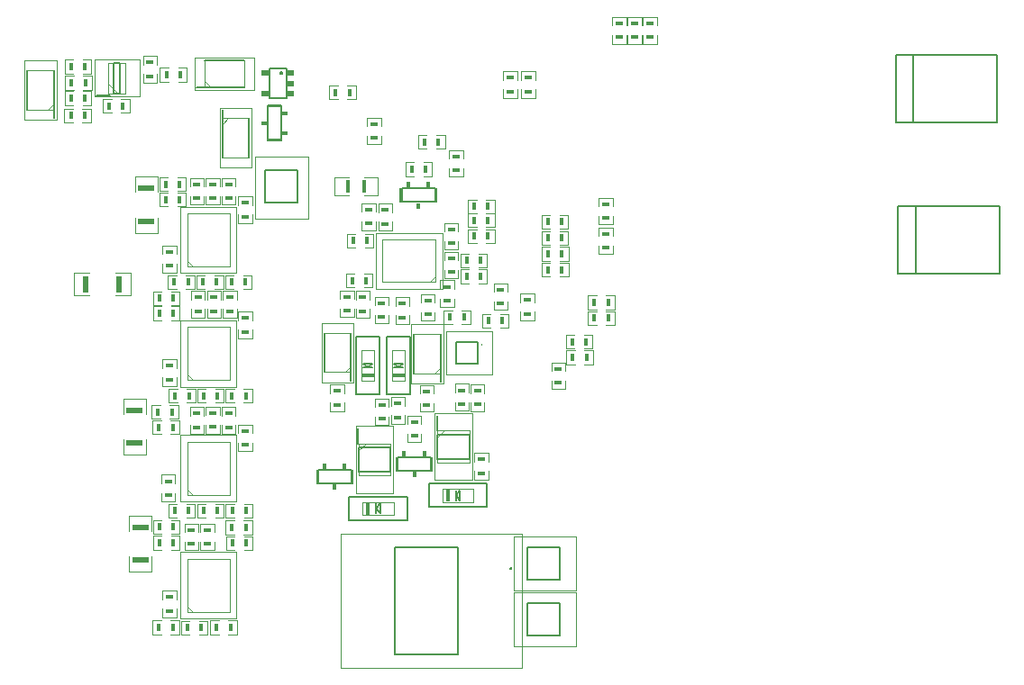
<source format=gbr>
G04 EAGLE Gerber RS-274X export*
G75*
%MOMM*%
%FSLAX34Y34*%
%LPD*%
%INSilkscreen Bottom*%
%IPPOS*%
%AMOC8*
5,1,8,0,0,1.08239X$1,22.5*%
G01*
%ADD10C,0.200000*%
%ADD11C,0.100000*%
%ADD12C,0.200000*%
%ADD13C,0.056000*%
%ADD14C,0.056000*%
%ADD15R,0.300000X0.800000*%
%ADD16R,1.600000X0.100000*%
%ADD17C,0.101600*%
%ADD18C,0.203200*%
%ADD19R,0.125000X1.200000*%
%ADD20R,0.300000X1.250000*%
%ADD21R,0.800000X0.300000*%
%ADD22R,0.100000X1.600000*%
%ADD23R,0.450000X1.250000*%
%ADD24R,2.000000X0.100000*%
%ADD25R,1.600000X0.500000*%
%ADD26R,0.100000X3.600000*%
%ADD27R,0.500000X1.600000*%
%ADD28R,3.600000X0.100000*%
%ADD29R,1.200000X0.125000*%
%ADD30R,1.250000X0.300000*%
%ADD31C,0.050000*%
%ADD32C,0.152400*%
%ADD33R,0.457200X0.584200*%
%ADD34R,0.584200X0.457200*%
%ADD35C,0.127000*%
%ADD36R,0.650000X0.500000*%


D10*
X429930Y518200D02*
X429930Y418200D01*
X488900Y418200D01*
X488900Y518200D01*
X429930Y518200D01*
D11*
X378900Y531500D02*
X378900Y404900D01*
X549380Y404900D01*
X549380Y531500D01*
X378900Y531500D01*
D12*
X538880Y498200D03*
D10*
X538836Y498202D01*
X538793Y498208D01*
X538751Y498217D01*
X538709Y498230D01*
X538669Y498247D01*
X538630Y498267D01*
X538593Y498290D01*
X538559Y498317D01*
X538526Y498346D01*
X538497Y498379D01*
X538470Y498413D01*
X538447Y498450D01*
X538427Y498489D01*
X538410Y498529D01*
X538397Y498571D01*
X538388Y498613D01*
X538382Y498656D01*
X538380Y498700D01*
X538382Y498744D01*
X538388Y498787D01*
X538397Y498829D01*
X538410Y498871D01*
X538427Y498911D01*
X538447Y498950D01*
X538470Y498987D01*
X538497Y499021D01*
X538526Y499054D01*
X538559Y499083D01*
X538593Y499110D01*
X538630Y499133D01*
X538669Y499153D01*
X538709Y499170D01*
X538751Y499183D01*
X538793Y499192D01*
X538836Y499198D01*
X538880Y499200D01*
D12*
X538880Y499200D03*
D10*
X538924Y499198D01*
X538967Y499192D01*
X539009Y499183D01*
X539051Y499170D01*
X539091Y499153D01*
X539130Y499133D01*
X539167Y499110D01*
X539201Y499083D01*
X539234Y499054D01*
X539263Y499021D01*
X539290Y498987D01*
X539313Y498950D01*
X539333Y498911D01*
X539350Y498871D01*
X539363Y498829D01*
X539372Y498787D01*
X539378Y498744D01*
X539380Y498700D01*
X539378Y498656D01*
X539372Y498613D01*
X539363Y498571D01*
X539350Y498529D01*
X539333Y498489D01*
X539313Y498450D01*
X539290Y498413D01*
X539263Y498379D01*
X539234Y498346D01*
X539201Y498317D01*
X539167Y498290D01*
X539130Y498267D01*
X539091Y498247D01*
X539051Y498230D01*
X539009Y498217D01*
X538967Y498208D01*
X538924Y498202D01*
X538880Y498200D01*
D11*
X488900Y518200D02*
X478900Y518200D01*
X488900Y518200D02*
X488900Y418200D01*
X478900Y418200D01*
D10*
X487800Y711500D02*
X507800Y711500D01*
X487800Y711500D02*
X487800Y691500D01*
X507800Y691500D01*
X507800Y711500D01*
D11*
X521520Y721500D02*
X477800Y721500D01*
X477800Y681500D01*
X521520Y681500D01*
X521520Y721500D01*
D13*
X511520Y709570D03*
D14*
X511518Y709537D01*
X511512Y709505D01*
X511503Y709474D01*
X511490Y709444D01*
X511474Y709416D01*
X511454Y709390D01*
X511432Y709366D01*
X511407Y709345D01*
X511380Y709328D01*
X511351Y709313D01*
X511320Y709302D01*
X511289Y709294D01*
X511256Y709290D01*
X511224Y709290D01*
X511191Y709294D01*
X511160Y709302D01*
X511129Y709313D01*
X511100Y709328D01*
X511073Y709345D01*
X511048Y709366D01*
X511026Y709390D01*
X511006Y709416D01*
X510990Y709444D01*
X510977Y709474D01*
X510968Y709505D01*
X510962Y709537D01*
X510960Y709570D01*
D13*
X510960Y709570D03*
D14*
X510962Y709603D01*
X510968Y709635D01*
X510977Y709666D01*
X510990Y709696D01*
X511006Y709724D01*
X511026Y709750D01*
X511048Y709774D01*
X511073Y709795D01*
X511100Y709812D01*
X511129Y709827D01*
X511160Y709838D01*
X511191Y709846D01*
X511224Y709850D01*
X511256Y709850D01*
X511289Y709846D01*
X511320Y709838D01*
X511351Y709827D01*
X511380Y709812D01*
X511407Y709795D01*
X511432Y709774D01*
X511454Y709750D01*
X511474Y709724D01*
X511490Y709696D01*
X511503Y709666D01*
X511512Y709635D01*
X511518Y709603D01*
X511520Y709570D01*
D11*
X376300Y939900D02*
X368300Y939900D01*
X368300Y952900D01*
X376300Y952900D01*
X385300Y939900D02*
X393300Y939900D01*
X393300Y952900D01*
X385300Y952900D01*
D15*
X374300Y946400D03*
X387300Y946400D03*
D16*
X380800Y942900D03*
X380800Y949900D03*
D11*
X584800Y816200D02*
X592800Y816200D01*
X592800Y803200D01*
X584800Y803200D01*
X575800Y816200D02*
X567800Y816200D01*
X567800Y803200D01*
X575800Y803200D01*
D15*
X586800Y809700D03*
X573800Y809700D03*
D16*
X580300Y813200D03*
X580300Y806200D03*
D17*
X503600Y573300D02*
X474600Y573300D01*
X474600Y561300D01*
X503600Y561300D01*
X503600Y573300D01*
D18*
X516530Y578300D02*
X516530Y556300D01*
X516530Y578300D02*
X461670Y578300D01*
X461670Y556300D02*
X516530Y556300D01*
X461670Y556300D02*
X461670Y578300D01*
X491005Y571745D02*
X491005Y562855D01*
X487195Y567300D01*
X491005Y571745D01*
X487195Y571745D02*
X487195Y562855D01*
D19*
X504475Y567300D03*
X473725Y567300D03*
D20*
X479600Y567300D03*
D11*
X504600Y599300D02*
X504600Y607300D01*
X517600Y607300D01*
X517600Y599300D01*
X504600Y590300D02*
X504600Y582300D01*
X517600Y582300D01*
X517600Y590300D01*
D21*
X511100Y601300D03*
X511100Y588300D03*
D22*
X507600Y594800D03*
X514600Y594800D03*
D11*
X427400Y816800D02*
X427400Y824800D01*
X427400Y816800D02*
X414400Y816800D01*
X414400Y824800D01*
X427400Y833800D02*
X427400Y841800D01*
X414400Y841800D01*
X414400Y833800D01*
D21*
X420900Y822800D03*
X420900Y835800D03*
D22*
X424400Y829300D03*
X417400Y829300D03*
D11*
X409900Y813500D02*
X401900Y813500D01*
X409900Y813500D02*
X409900Y800500D01*
X401900Y800500D01*
X392900Y813500D02*
X384900Y813500D01*
X384900Y800500D01*
X392900Y800500D01*
D15*
X403900Y807000D03*
X390900Y807000D03*
D16*
X397400Y810500D03*
X397400Y803500D03*
D11*
X391500Y743000D02*
X391500Y735000D01*
X378500Y735000D01*
X378500Y743000D01*
X391500Y752000D02*
X391500Y760000D01*
X378500Y760000D01*
X378500Y752000D01*
D21*
X385000Y741000D03*
X385000Y754000D03*
D22*
X388500Y747500D03*
X381500Y747500D03*
D11*
X467500Y739900D02*
X467500Y731900D01*
X454500Y731900D01*
X454500Y739900D01*
X467500Y748900D02*
X467500Y756900D01*
X454500Y756900D01*
X454500Y748900D01*
D21*
X461000Y737900D03*
X461000Y750900D03*
D22*
X464500Y744400D03*
X457500Y744400D03*
D11*
X443500Y736800D02*
X443500Y728800D01*
X430500Y728800D01*
X430500Y736800D01*
X443500Y745800D02*
X443500Y753800D01*
X430500Y753800D01*
X430500Y745800D01*
D21*
X437000Y734800D03*
X437000Y747800D03*
D22*
X440500Y741300D03*
X433500Y741300D03*
D11*
X485500Y744700D02*
X485500Y752700D01*
X485500Y744700D02*
X472500Y744700D01*
X472500Y752700D01*
X485500Y761700D02*
X485500Y769700D01*
X472500Y769700D01*
X472500Y761700D01*
D21*
X479000Y750700D03*
X479000Y763700D03*
D22*
X482500Y757200D03*
X475500Y757200D03*
D11*
X489500Y798600D02*
X489500Y806600D01*
X489500Y798600D02*
X476500Y798600D01*
X476500Y806600D01*
X489500Y815600D02*
X489500Y823600D01*
X476500Y823600D01*
X476500Y815600D01*
D21*
X483000Y804600D03*
X483000Y817600D03*
D22*
X486500Y811100D03*
X479500Y811100D03*
D11*
X590000Y675500D02*
X590000Y667500D01*
X577000Y667500D01*
X577000Y675500D01*
X590000Y684500D02*
X590000Y692500D01*
X577000Y692500D01*
X577000Y684500D01*
D21*
X583500Y673500D03*
X583500Y686500D03*
D22*
X587000Y680000D03*
X580000Y680000D03*
D11*
X506500Y832800D02*
X498500Y832800D01*
X498500Y845800D01*
X506500Y845800D01*
X515500Y832800D02*
X523500Y832800D01*
X523500Y845800D01*
X515500Y845800D01*
D15*
X504500Y839300D03*
X517500Y839300D03*
D16*
X511000Y835800D03*
X511000Y842800D03*
D11*
X590600Y705500D02*
X598600Y705500D01*
X590600Y705500D02*
X590600Y718500D01*
X598600Y718500D01*
X607600Y705500D02*
X615600Y705500D01*
X615600Y718500D01*
X607600Y718500D01*
D15*
X596600Y712000D03*
X609600Y712000D03*
D16*
X603100Y708500D03*
X603100Y715500D03*
D11*
X506500Y819800D02*
X498500Y819800D01*
X498500Y832800D01*
X506500Y832800D01*
X515500Y819800D02*
X523500Y819800D01*
X523500Y832800D01*
X515500Y832800D01*
D15*
X504500Y826300D03*
X517500Y826300D03*
D16*
X511000Y822800D03*
X511000Y829800D03*
D11*
X584900Y786200D02*
X592900Y786200D01*
X592900Y773200D01*
X584900Y773200D01*
X575900Y786200D02*
X567900Y786200D01*
X567900Y773200D01*
X575900Y773200D01*
D15*
X586900Y779700D03*
X573900Y779700D03*
D16*
X580400Y783200D03*
X580400Y776200D03*
D11*
X499400Y781800D02*
X491400Y781800D01*
X491400Y794800D01*
X499400Y794800D01*
X508400Y781800D02*
X516400Y781800D01*
X516400Y794800D01*
X508400Y794800D01*
D15*
X497400Y788300D03*
X510400Y788300D03*
D16*
X503900Y784800D03*
X503900Y791800D03*
D11*
X499300Y766800D02*
X491300Y766800D01*
X491300Y779800D01*
X499300Y779800D01*
X508300Y766800D02*
X516300Y766800D01*
X516300Y779800D01*
X508300Y779800D01*
D15*
X497300Y773300D03*
X510300Y773300D03*
D16*
X503800Y769800D03*
X503800Y776800D03*
D11*
X522800Y766800D02*
X522800Y758800D01*
X522800Y766800D02*
X535800Y766800D01*
X535800Y758800D01*
X522800Y749800D02*
X522800Y741800D01*
X535800Y741800D01*
X535800Y749800D01*
D21*
X529300Y760800D03*
X529300Y747800D03*
D22*
X525800Y754300D03*
X532800Y754300D03*
D11*
X483700Y728600D02*
X475700Y728600D01*
X475700Y741600D01*
X483700Y741600D01*
X492700Y728600D02*
X500700Y728600D01*
X500700Y741600D01*
X492700Y741600D01*
D15*
X481700Y735100D03*
X494700Y735100D03*
D16*
X488200Y731600D03*
X488200Y738600D03*
D11*
X511900Y725200D02*
X519900Y725200D01*
X511900Y725200D02*
X511900Y738200D01*
X519900Y738200D01*
X528900Y725200D02*
X536900Y725200D01*
X536900Y738200D01*
X528900Y738200D01*
D15*
X517900Y731700D03*
X530900Y731700D03*
D16*
X524400Y728200D03*
X524400Y735200D03*
D11*
X611200Y727800D02*
X619200Y727800D01*
X611200Y727800D02*
X611200Y740800D01*
X619200Y740800D01*
X628200Y727800D02*
X636200Y727800D01*
X636200Y740800D01*
X628200Y740800D01*
D15*
X617200Y734300D03*
X630200Y734300D03*
D16*
X623700Y730800D03*
X623700Y737800D03*
D11*
X663100Y1009300D02*
X663100Y1017300D01*
X676100Y1017300D01*
X676100Y1009300D01*
X663100Y1000300D02*
X663100Y992300D01*
X676100Y992300D01*
X676100Y1000300D01*
D21*
X669600Y1011300D03*
X669600Y998300D03*
D22*
X666100Y1004800D03*
X673100Y1004800D03*
D11*
X648700Y1009300D02*
X648700Y1017300D01*
X661700Y1017300D01*
X661700Y1009300D01*
X648700Y1000300D02*
X648700Y992300D01*
X661700Y992300D01*
X661700Y1000300D01*
D21*
X655200Y1011300D03*
X655200Y998300D03*
D22*
X651700Y1004800D03*
X658700Y1004800D03*
D11*
X634300Y1009300D02*
X634300Y1017300D01*
X647300Y1017300D01*
X647300Y1009300D01*
X634300Y1000300D02*
X634300Y992300D01*
X647300Y992300D01*
X647300Y1000300D01*
D21*
X640800Y1011300D03*
X640800Y998300D03*
D22*
X637300Y1004800D03*
X644300Y1004800D03*
D11*
X480900Y892300D02*
X480900Y884300D01*
X480900Y892300D02*
X493900Y892300D01*
X493900Y884300D01*
X480900Y875300D02*
X480900Y867300D01*
X493900Y867300D01*
X493900Y875300D01*
D21*
X487400Y886300D03*
X487400Y873300D03*
D22*
X483900Y879800D03*
X490900Y879800D03*
D11*
X144600Y977300D02*
X136600Y977300D01*
X144600Y977300D02*
X144600Y964300D01*
X136600Y964300D01*
X127600Y977300D02*
X119600Y977300D01*
X119600Y964300D01*
X127600Y964300D01*
D15*
X138600Y970800D03*
X125600Y970800D03*
D16*
X132100Y974300D03*
X132100Y967300D03*
D11*
X136500Y931300D02*
X144500Y931300D01*
X144500Y918300D01*
X136500Y918300D01*
X127500Y931300D02*
X119500Y931300D01*
X119500Y918300D01*
X127500Y918300D01*
D15*
X138500Y924800D03*
X125500Y924800D03*
D16*
X132000Y928300D03*
X132000Y921300D03*
D11*
X172600Y940300D02*
X180600Y940300D01*
X180600Y927300D01*
X172600Y927300D01*
X163600Y940300D02*
X155600Y940300D01*
X155600Y927300D01*
X163600Y927300D01*
D15*
X174600Y933800D03*
X161600Y933800D03*
D16*
X168100Y937300D03*
X168100Y930300D03*
D11*
X209300Y956700D02*
X217300Y956700D01*
X209300Y956700D02*
X209300Y969700D01*
X217300Y969700D01*
X226300Y956700D02*
X234300Y956700D01*
X234300Y969700D01*
X226300Y969700D01*
D15*
X215300Y963200D03*
X228300Y963200D03*
D16*
X221800Y959700D03*
X221800Y966700D03*
D11*
X373200Y849800D02*
X386700Y849800D01*
X373200Y849800D02*
X373200Y866800D01*
X386700Y866800D01*
X400700Y849800D02*
X414200Y849800D01*
X414200Y866800D01*
X400700Y866800D01*
D23*
X385950Y858300D03*
X401450Y858300D03*
D24*
X393700Y852550D03*
X393700Y864050D03*
D11*
X560900Y740200D02*
X560900Y732200D01*
X547900Y732200D01*
X547900Y740200D01*
X560900Y749200D02*
X560900Y757200D01*
X547900Y757200D01*
X547900Y749200D01*
D21*
X554400Y738200D03*
X554400Y751200D03*
D22*
X557900Y744700D03*
X550900Y744700D03*
D11*
X278900Y530600D02*
X270900Y530600D01*
X270900Y543600D01*
X278900Y543600D01*
X287900Y530600D02*
X295900Y530600D01*
X295900Y543600D01*
X287900Y543600D01*
D15*
X276900Y537100D03*
X289900Y537100D03*
D16*
X283400Y533600D03*
X283400Y540600D03*
D11*
X498500Y804800D02*
X506500Y804800D01*
X498500Y804800D02*
X498500Y817800D01*
X506500Y817800D01*
X515500Y804800D02*
X523500Y804800D01*
X523500Y817800D01*
X515500Y817800D01*
D15*
X504500Y811300D03*
X517500Y811300D03*
D16*
X511000Y807800D03*
X511000Y814800D03*
D11*
X260400Y524000D02*
X260400Y516000D01*
X247400Y516000D01*
X247400Y524000D01*
X260400Y533000D02*
X260400Y541000D01*
X247400Y541000D01*
X247400Y533000D01*
D21*
X253900Y522000D03*
X253900Y535000D03*
D22*
X257400Y528500D03*
X250400Y528500D03*
D11*
X211600Y477900D02*
X211600Y469900D01*
X211600Y477900D02*
X224600Y477900D01*
X224600Y469900D01*
X211600Y460900D02*
X211600Y452900D01*
X224600Y452900D01*
X224600Y460900D01*
D21*
X218100Y471900D03*
X218100Y458900D03*
D22*
X214600Y465400D03*
X221600Y465400D03*
D11*
X180200Y533900D02*
X180200Y548400D01*
X201200Y548400D01*
X201200Y533900D01*
X180200Y509900D02*
X180200Y495400D01*
X201200Y495400D01*
X201200Y509900D01*
D25*
X190700Y537400D03*
X190700Y506400D03*
D26*
X183200Y521900D03*
X198200Y521900D03*
D11*
X202300Y436600D02*
X210300Y436600D01*
X202300Y436600D02*
X202300Y449600D01*
X210300Y449600D01*
X219300Y436600D02*
X227300Y436600D01*
X227300Y449600D01*
X219300Y449600D01*
D15*
X208300Y443100D03*
X221300Y443100D03*
D16*
X214800Y439600D03*
X214800Y446600D03*
D11*
X256400Y436600D02*
X264400Y436600D01*
X256400Y436600D02*
X256400Y449600D01*
X264400Y449600D01*
X273400Y436600D02*
X281400Y436600D01*
X281400Y449600D01*
X273400Y449600D01*
D15*
X262400Y443100D03*
X275400Y443100D03*
D16*
X268900Y439600D03*
X268900Y446600D03*
D11*
X280400Y625600D02*
X280400Y633600D01*
X280400Y625600D02*
X267400Y625600D01*
X267400Y633600D01*
X280400Y642600D02*
X280400Y650600D01*
X267400Y650600D01*
X267400Y642600D01*
D21*
X273900Y631600D03*
X273900Y644600D03*
D22*
X277400Y638100D03*
X270400Y638100D03*
D11*
X265400Y633700D02*
X265400Y625700D01*
X252400Y625700D01*
X252400Y633700D01*
X265400Y642700D02*
X265400Y650700D01*
X252400Y650700D01*
X252400Y642700D01*
D21*
X258900Y631700D03*
X258900Y644700D03*
D22*
X262400Y638200D03*
X255400Y638200D03*
D11*
X210600Y586800D02*
X210600Y578800D01*
X210600Y586800D02*
X223600Y586800D01*
X223600Y578800D01*
X210600Y569800D02*
X210600Y561800D01*
X223600Y561800D01*
X223600Y569800D01*
D21*
X217100Y580800D03*
X217100Y567800D03*
D22*
X213600Y574300D03*
X220600Y574300D03*
D11*
X175100Y643900D02*
X175100Y658400D01*
X196100Y658400D01*
X196100Y643900D01*
X175100Y619900D02*
X175100Y605400D01*
X196100Y605400D01*
X196100Y619900D01*
D25*
X185600Y647400D03*
X185600Y616400D03*
D26*
X178100Y631900D03*
X193100Y631900D03*
D11*
X584800Y831200D02*
X592800Y831200D01*
X592800Y818200D01*
X584800Y818200D01*
X575800Y831200D02*
X567800Y831200D01*
X567800Y818200D01*
X575800Y818200D01*
D15*
X586800Y824700D03*
X573800Y824700D03*
D16*
X580300Y828200D03*
X580300Y821200D03*
D11*
X225000Y546600D02*
X217000Y546600D01*
X217000Y559600D01*
X225000Y559600D01*
X234000Y546600D02*
X242000Y546600D01*
X242000Y559600D01*
X234000Y559600D01*
D15*
X223000Y553100D03*
X236000Y553100D03*
D16*
X229500Y549600D03*
X229500Y556600D03*
D11*
X271100Y546600D02*
X279100Y546600D01*
X271100Y546600D02*
X271100Y559600D01*
X279100Y559600D01*
X288100Y546600D02*
X296100Y546600D01*
X296100Y559600D01*
X288100Y559600D01*
D15*
X277100Y553100D03*
X290100Y553100D03*
D16*
X283600Y549600D03*
X283600Y556600D03*
D11*
X281400Y734700D02*
X281400Y742700D01*
X281400Y734700D02*
X268400Y734700D01*
X268400Y742700D01*
X281400Y751700D02*
X281400Y759700D01*
X268400Y759700D01*
X268400Y751700D01*
D21*
X274900Y740700D03*
X274900Y753700D03*
D22*
X278400Y747200D03*
X271400Y747200D03*
D11*
X266400Y742600D02*
X266400Y734600D01*
X253400Y734600D01*
X253400Y742600D01*
X266400Y751600D02*
X266400Y759600D01*
X253400Y759600D01*
X253400Y751600D01*
D21*
X259900Y740600D03*
X259900Y753600D03*
D22*
X263400Y747100D03*
X256400Y747100D03*
D11*
X211600Y695500D02*
X211600Y687500D01*
X211600Y695500D02*
X224600Y695500D01*
X224600Y687500D01*
X211600Y678500D02*
X211600Y670500D01*
X224600Y670500D01*
X224600Y678500D01*
D21*
X218100Y689500D03*
X218100Y676500D03*
D22*
X214600Y683000D03*
X221600Y683000D03*
D11*
X143100Y755600D02*
X128600Y755600D01*
X128600Y776600D01*
X143100Y776600D01*
X167100Y755600D02*
X181600Y755600D01*
X181600Y776600D01*
X167100Y776600D01*
D27*
X139600Y766100D03*
X170600Y766100D03*
D28*
X155100Y758600D03*
X155100Y773600D03*
D11*
X217700Y654600D02*
X225700Y654600D01*
X217700Y654600D02*
X217700Y667600D01*
X225700Y667600D01*
X234700Y654600D02*
X242700Y654600D01*
X242700Y667600D01*
X234700Y667600D01*
D15*
X223700Y661100D03*
X236700Y661100D03*
D16*
X230200Y657600D03*
X230200Y664600D03*
D11*
X270800Y654600D02*
X278800Y654600D01*
X270800Y654600D02*
X270800Y667600D01*
X278800Y667600D01*
X287800Y654600D02*
X295800Y654600D01*
X295800Y667600D01*
X287800Y667600D01*
D15*
X276800Y661100D03*
X289800Y661100D03*
D16*
X283300Y657600D03*
X283300Y664600D03*
D11*
X584900Y801200D02*
X592900Y801200D01*
X592900Y788200D01*
X584900Y788200D01*
X575900Y801200D02*
X567900Y801200D01*
X567900Y788200D01*
X575900Y788200D01*
D15*
X586900Y794700D03*
X573900Y794700D03*
D16*
X580400Y798200D03*
X580400Y791200D03*
D11*
X280400Y841000D02*
X280400Y849000D01*
X280400Y841000D02*
X267400Y841000D01*
X267400Y849000D01*
X280400Y858000D02*
X280400Y866000D01*
X267400Y866000D01*
X267400Y858000D01*
D21*
X273900Y847000D03*
X273900Y860000D03*
D22*
X277400Y853500D03*
X270400Y853500D03*
D11*
X265400Y848900D02*
X265400Y840900D01*
X252400Y840900D01*
X252400Y848900D01*
X265400Y857900D02*
X265400Y865900D01*
X252400Y865900D01*
X252400Y857900D01*
D21*
X258900Y846900D03*
X258900Y859900D03*
D22*
X262400Y853400D03*
X255400Y853400D03*
D11*
X211600Y802200D02*
X211600Y794200D01*
X211600Y802200D02*
X224600Y802200D01*
X224600Y794200D01*
X211600Y785200D02*
X211600Y777200D01*
X224600Y777200D01*
X224600Y785200D01*
D21*
X218100Y796200D03*
X218100Y783200D03*
D22*
X214600Y789700D03*
X221600Y789700D03*
D11*
X186100Y852800D02*
X186100Y867300D01*
X207100Y867300D01*
X207100Y852800D01*
X186100Y828800D02*
X186100Y814300D01*
X207100Y814300D01*
X207100Y828800D01*
D25*
X196600Y856300D03*
X196600Y825300D03*
D26*
X189100Y840800D03*
X204100Y840800D03*
D11*
X216600Y761600D02*
X224600Y761600D01*
X216600Y761600D02*
X216600Y774600D01*
X224600Y774600D01*
X233600Y761600D02*
X241600Y761600D01*
X241600Y774600D01*
X233600Y774600D01*
D15*
X222600Y768100D03*
X235600Y768100D03*
D16*
X229100Y764600D03*
X229100Y771600D03*
D11*
X270500Y761600D02*
X278500Y761600D01*
X270500Y761600D02*
X270500Y774600D01*
X278500Y774600D01*
X287500Y761600D02*
X295500Y761600D01*
X295500Y774600D01*
X287500Y774600D01*
D15*
X276500Y768100D03*
X289500Y768100D03*
D16*
X283000Y764600D03*
X283000Y771600D03*
D17*
X398600Y704100D02*
X398600Y675100D01*
X410600Y675100D01*
X410600Y704100D01*
X398600Y704100D01*
D18*
X393600Y717030D02*
X415600Y717030D01*
X393600Y717030D02*
X393600Y662170D01*
X415600Y662170D02*
X415600Y717030D01*
X415600Y662170D02*
X393600Y662170D01*
X400155Y691505D02*
X409045Y691505D01*
X404600Y687695D01*
X400155Y691505D01*
X400155Y687695D02*
X409045Y687695D01*
D29*
X404600Y704975D03*
X404600Y674225D03*
D30*
X404600Y680100D03*
D11*
X441600Y642400D02*
X441600Y634400D01*
X441600Y642400D02*
X454600Y642400D01*
X454600Y634400D01*
X441600Y625400D02*
X441600Y617400D01*
X454600Y617400D01*
X454600Y625400D01*
D21*
X448100Y636400D03*
X448100Y623400D03*
D22*
X444600Y629900D03*
X451600Y629900D03*
D17*
X428800Y561300D02*
X399800Y561300D01*
X399800Y549300D01*
X428800Y549300D01*
X428800Y561300D01*
D18*
X441730Y566300D02*
X441730Y544300D01*
X441730Y566300D02*
X386870Y566300D01*
X386870Y544300D02*
X441730Y544300D01*
X386870Y544300D02*
X386870Y566300D01*
X416205Y559745D02*
X416205Y550855D01*
X412395Y555300D01*
X416205Y559745D01*
X412395Y559745D02*
X412395Y550855D01*
D19*
X429675Y555300D03*
X398925Y555300D03*
D20*
X404800Y555300D03*
D17*
X427300Y675100D02*
X427300Y704100D01*
X427300Y675100D02*
X439300Y675100D01*
X439300Y704100D01*
X427300Y704100D01*
D18*
X422300Y717030D02*
X444300Y717030D01*
X422300Y717030D02*
X422300Y662170D01*
X444300Y662170D02*
X444300Y717030D01*
X444300Y662170D02*
X422300Y662170D01*
X428855Y691505D02*
X437745Y691505D01*
X433300Y687695D01*
X428855Y691505D01*
X428855Y687695D02*
X437745Y687695D01*
D29*
X433300Y704975D03*
X433300Y674225D03*
D30*
X433300Y680100D03*
D31*
X474350Y761950D02*
X474350Y814450D01*
X411850Y814450D01*
X411850Y761950D01*
X474350Y761950D01*
D11*
X468100Y768200D02*
X468100Y808200D01*
X418100Y808200D01*
X418100Y768200D01*
X468100Y768200D01*
X463100Y768200D02*
X468100Y773200D01*
D31*
X112200Y921150D02*
X112200Y976850D01*
X82200Y976850D01*
X82200Y921150D01*
X112200Y921150D01*
D11*
X109700Y930500D02*
X109700Y967500D01*
X84700Y967500D01*
X84700Y930500D01*
X109700Y930500D01*
X104100Y930500D02*
X109700Y936100D01*
D10*
X109700Y922650D02*
X109700Y967500D01*
X84700Y967500D02*
X84700Y930500D01*
D31*
X475200Y728550D02*
X475200Y672850D01*
X475200Y728550D02*
X445200Y728550D01*
X445200Y672850D01*
X475200Y672850D01*
D11*
X472700Y682200D02*
X472700Y719200D01*
X447700Y719200D01*
X447700Y682200D01*
X472700Y682200D01*
X467100Y682200D02*
X472700Y687800D01*
D10*
X472700Y674350D02*
X472700Y719200D01*
X447700Y719200D02*
X447700Y682200D01*
D31*
X265300Y876050D02*
X265300Y931750D01*
X265300Y876050D02*
X295300Y876050D01*
X295300Y931750D01*
X265300Y931750D01*
D11*
X267800Y922400D02*
X267800Y885400D01*
X292800Y885400D01*
X292800Y922400D01*
X267800Y922400D01*
X273400Y922400D02*
X267800Y916800D01*
D10*
X267800Y930250D02*
X267800Y885400D01*
X292800Y885400D02*
X292800Y922400D01*
D31*
X297950Y948800D02*
X242250Y948800D01*
X297950Y948800D02*
X297950Y978800D01*
X242250Y978800D01*
X242250Y948800D01*
D11*
X251600Y951300D02*
X288600Y951300D01*
X288600Y976300D01*
X251600Y976300D01*
X251600Y951300D01*
X251600Y956900D02*
X257200Y951300D01*
D10*
X243750Y951300D02*
X288600Y951300D01*
X288600Y976300D02*
X251600Y976300D01*
D31*
X391200Y729650D02*
X391200Y673950D01*
X391200Y729650D02*
X361200Y729650D01*
X361200Y673950D01*
X391200Y673950D01*
D11*
X388700Y683300D02*
X388700Y720300D01*
X363700Y720300D01*
X363700Y683300D01*
X388700Y683300D01*
X383100Y683300D02*
X388700Y688900D01*
D10*
X388700Y675450D02*
X388700Y720300D01*
X363700Y720300D02*
X363700Y683300D01*
D31*
X190050Y942400D02*
X147550Y942400D01*
X190050Y942400D02*
X190050Y977400D01*
X147550Y977400D01*
X147550Y942400D01*
D11*
X160680Y945400D02*
X176920Y945400D01*
X176920Y974400D01*
X160680Y974400D01*
X160680Y945400D01*
X160680Y954900D02*
X170180Y945400D01*
D10*
X171550Y945400D02*
X166050Y945400D01*
X171550Y945400D02*
X171550Y974400D01*
X166050Y974400D01*
X166050Y945400D01*
X162550Y943900D02*
X150050Y943900D01*
D31*
X393400Y632800D02*
X393400Y569800D01*
X428400Y569800D01*
X428400Y632800D01*
X393400Y632800D01*
D11*
X395900Y616300D02*
X395900Y586300D01*
X425900Y586300D01*
X425900Y616300D01*
X395900Y616300D01*
X402400Y616300D02*
X395900Y609800D01*
D10*
X395900Y612800D02*
X395900Y589800D01*
X425900Y589800D01*
X425900Y612800D01*
X395900Y612800D01*
X395400Y616300D02*
X395400Y630300D01*
D31*
X467400Y644800D02*
X467400Y581800D01*
X502400Y581800D01*
X502400Y644800D01*
X467400Y644800D01*
D11*
X469900Y628300D02*
X469900Y598300D01*
X499900Y598300D01*
X499900Y628300D01*
X469900Y628300D01*
X476400Y628300D02*
X469900Y621800D01*
D10*
X469900Y624800D02*
X469900Y601800D01*
X499900Y601800D01*
X499900Y624800D01*
X469900Y624800D01*
X469400Y628300D02*
X469400Y642300D01*
D11*
X237100Y436500D02*
X229100Y436500D01*
X229100Y449500D01*
X237100Y449500D01*
X246100Y436500D02*
X254100Y436500D01*
X254100Y449500D01*
X246100Y449500D01*
D15*
X235100Y443000D03*
X248100Y443000D03*
D16*
X241600Y439500D03*
X241600Y446500D03*
D11*
X244200Y546500D02*
X252200Y546500D01*
X244200Y546500D02*
X244200Y559500D01*
X252200Y559500D01*
X261200Y546500D02*
X269200Y546500D01*
X269200Y559500D01*
X261200Y559500D01*
D15*
X250200Y553000D03*
X263200Y553000D03*
D16*
X256700Y549500D03*
X256700Y556500D03*
D11*
X252300Y654500D02*
X244300Y654500D01*
X244300Y667500D01*
X252300Y667500D01*
X261300Y654500D02*
X269300Y654500D01*
X269300Y667500D01*
X261300Y667500D01*
D15*
X250300Y661000D03*
X263300Y661000D03*
D16*
X256800Y657500D03*
X256800Y664500D03*
D11*
X251600Y761500D02*
X243600Y761500D01*
X243600Y774500D01*
X251600Y774500D01*
X260600Y761500D02*
X268600Y761500D01*
X268600Y774500D01*
X260600Y774500D01*
D15*
X249600Y768000D03*
X262600Y768000D03*
D16*
X256100Y764500D03*
X256100Y771500D03*
D11*
X489500Y771500D02*
X489500Y779500D01*
X489500Y771500D02*
X476500Y771500D01*
X476500Y779500D01*
X489500Y788500D02*
X489500Y796500D01*
X476500Y796500D01*
X476500Y788500D01*
D21*
X483000Y777500D03*
X483000Y790500D03*
D22*
X486500Y784000D03*
X479500Y784000D03*
D11*
X628400Y755500D02*
X636400Y755500D01*
X636400Y742500D01*
X628400Y742500D01*
X619400Y755500D02*
X611400Y755500D01*
X611400Y742500D01*
X619400Y742500D01*
D15*
X630400Y749000D03*
X617400Y749000D03*
D16*
X623900Y752500D03*
X623900Y745500D03*
D11*
X206500Y955800D02*
X206500Y963800D01*
X206500Y955800D02*
X193500Y955800D01*
X193500Y963800D01*
X206500Y972800D02*
X206500Y980800D01*
X193500Y980800D01*
X193500Y972800D01*
D21*
X200000Y961800D03*
X200000Y974800D03*
D22*
X203500Y968300D03*
X196500Y968300D03*
D10*
X338850Y873350D02*
X338850Y842850D01*
X338850Y873350D02*
X308350Y873350D01*
X308350Y842850D01*
X338850Y842850D01*
D11*
X348850Y827600D02*
X348850Y886200D01*
X298350Y886200D01*
X298350Y827600D01*
X348850Y827600D01*
X338850Y842850D02*
X338850Y873650D01*
X308350Y873350D02*
X308350Y843100D01*
D18*
X463824Y603504D02*
X463824Y590296D01*
D32*
X463824Y603504D02*
X432376Y603504D01*
D18*
X432376Y590296D01*
X463824Y590296D01*
X431376Y590296D02*
X431376Y603424D01*
X431376Y590296D02*
X440964Y590296D01*
X464824Y590296D02*
X464824Y603424D01*
X464824Y590296D02*
X455236Y590296D01*
X450324Y603504D02*
X445736Y603504D01*
D33*
X448100Y586867D03*
X457498Y606933D03*
X438702Y606933D03*
D18*
X389124Y591704D02*
X389124Y578496D01*
D32*
X389124Y591704D02*
X357676Y591704D01*
D18*
X357676Y578496D01*
X389124Y578496D01*
X356676Y578496D02*
X356676Y591624D01*
X356676Y578496D02*
X366264Y578496D01*
X390124Y578496D02*
X390124Y591624D01*
X390124Y578496D02*
X380536Y578496D01*
X375624Y591704D02*
X371036Y591704D01*
D33*
X373400Y575067D03*
X382798Y595133D03*
X364002Y595133D03*
D18*
X467824Y843296D02*
X467824Y856504D01*
D32*
X436376Y856504D01*
D18*
X436376Y843296D01*
X467824Y843296D01*
X435376Y843296D02*
X435376Y856424D01*
X435376Y843296D02*
X444964Y843296D01*
X468824Y843296D02*
X468824Y856424D01*
X468824Y843296D02*
X459236Y843296D01*
X454324Y856504D02*
X449736Y856504D01*
D33*
X452100Y839867D03*
X461498Y859933D03*
X442702Y859933D03*
D18*
X323504Y901876D02*
X310296Y901876D01*
D32*
X323504Y901876D02*
X323504Y933324D01*
D18*
X310296Y933324D01*
X310296Y901876D01*
X310296Y934324D02*
X323424Y934324D01*
X310296Y934324D02*
X310296Y924736D01*
X310296Y900876D02*
X323424Y900876D01*
X310296Y900876D02*
X310296Y910464D01*
X323504Y915376D02*
X323504Y919964D01*
D34*
X306867Y917600D03*
X326933Y908202D03*
X326933Y926998D03*
D10*
X554550Y465850D02*
X585050Y465850D01*
X554550Y465850D02*
X554550Y435350D01*
X585050Y435350D01*
X585050Y465850D01*
D11*
X600300Y475850D02*
X541700Y475850D01*
X541700Y425350D01*
X600300Y425350D01*
X600300Y475850D01*
X585050Y465850D02*
X554250Y465850D01*
X554550Y435350D02*
X584800Y435350D01*
D10*
X584950Y518850D02*
X554450Y518850D01*
X554450Y488350D01*
X584950Y488350D01*
X584950Y518850D01*
D11*
X600200Y528850D02*
X541600Y528850D01*
X541600Y478350D01*
X600200Y478350D01*
X600200Y528850D01*
X584950Y518850D02*
X554150Y518850D01*
X554450Y488350D02*
X584700Y488350D01*
X145100Y962100D02*
X137100Y962100D01*
X145100Y962100D02*
X145100Y949100D01*
X137100Y949100D01*
X128100Y962100D02*
X120100Y962100D01*
X120100Y949100D01*
X128100Y949100D01*
D15*
X139100Y955600D03*
X126100Y955600D03*
D16*
X132600Y959100D03*
X132600Y952100D03*
D11*
X451900Y893400D02*
X459900Y893400D01*
X451900Y893400D02*
X451900Y906400D01*
X459900Y906400D01*
X468900Y893400D02*
X476900Y893400D01*
X476900Y906400D01*
X468900Y906400D01*
D15*
X457900Y899900D03*
X470900Y899900D03*
D16*
X464400Y896400D03*
X464400Y903400D03*
D11*
X144700Y947600D02*
X136700Y947600D01*
X144700Y947600D02*
X144700Y934600D01*
X136700Y934600D01*
X127700Y947600D02*
X119700Y947600D01*
X119700Y934600D01*
X127700Y934600D01*
D15*
X138700Y941100D03*
X125700Y941100D03*
D16*
X132200Y944600D03*
X132200Y937600D03*
D11*
X607800Y703600D02*
X615800Y703600D01*
X615800Y690600D01*
X607800Y690600D01*
X598800Y703600D02*
X590800Y703600D01*
X590800Y690600D01*
X598800Y690600D01*
D15*
X609800Y697100D03*
X596800Y697100D03*
D16*
X603300Y700600D03*
X603300Y693600D03*
D11*
X403900Y914600D02*
X403900Y922600D01*
X416900Y922600D01*
X416900Y914600D01*
X403900Y905600D02*
X403900Y897600D01*
X416900Y897600D01*
X416900Y905600D01*
D21*
X410400Y916600D03*
X410400Y903600D03*
D22*
X406900Y910100D03*
X413900Y910100D03*
D11*
X232400Y540900D02*
X232400Y532900D01*
X232400Y540900D02*
X245400Y540900D01*
X245400Y532900D01*
X232400Y523900D02*
X232400Y515900D01*
X245400Y515900D01*
X245400Y523900D01*
D21*
X238900Y534900D03*
X238900Y521900D03*
D22*
X235400Y528400D03*
X242400Y528400D03*
D11*
X288200Y529100D02*
X296200Y529100D01*
X296200Y516100D01*
X288200Y516100D01*
X279200Y529100D02*
X271200Y529100D01*
X271200Y516100D01*
X279200Y516100D01*
D15*
X290200Y522600D03*
X277200Y522600D03*
D16*
X283700Y526100D03*
X283700Y519100D03*
D11*
X227800Y529300D02*
X219800Y529300D01*
X227800Y529300D02*
X227800Y516300D01*
X219800Y516300D01*
X210800Y529300D02*
X202800Y529300D01*
X202800Y516300D01*
X210800Y516300D01*
D15*
X221800Y522800D03*
X208800Y522800D03*
D16*
X215300Y526300D03*
X215300Y519300D03*
D11*
X210800Y531300D02*
X202800Y531300D01*
X202800Y544300D01*
X210800Y544300D01*
X219800Y531300D02*
X227800Y531300D01*
X227800Y544300D01*
X219800Y544300D01*
D15*
X208800Y537800D03*
X221800Y537800D03*
D16*
X215300Y534300D03*
X215300Y541300D03*
D11*
X237400Y642500D02*
X237400Y650500D01*
X250400Y650500D01*
X250400Y642500D01*
X237400Y633500D02*
X237400Y625500D01*
X250400Y625500D01*
X250400Y633500D01*
D21*
X243900Y644500D03*
X243900Y631500D03*
D22*
X240400Y638000D03*
X247400Y638000D03*
D11*
X282900Y633900D02*
X282900Y625900D01*
X282900Y633900D02*
X295900Y633900D01*
X295900Y625900D01*
X282900Y616900D02*
X282900Y608900D01*
X295900Y608900D01*
X295900Y616900D01*
D21*
X289400Y627900D03*
X289400Y614900D03*
D22*
X285900Y621400D03*
X292900Y621400D03*
D11*
X227200Y638100D02*
X219200Y638100D01*
X227200Y638100D02*
X227200Y625100D01*
X219200Y625100D01*
X210200Y638100D02*
X202200Y638100D01*
X202200Y625100D01*
X210200Y625100D01*
D15*
X221200Y631600D03*
X208200Y631600D03*
D16*
X214700Y635100D03*
X214700Y628100D03*
D11*
X209400Y639400D02*
X201400Y639400D01*
X201400Y652400D01*
X209400Y652400D01*
X218400Y639400D02*
X226400Y639400D01*
X226400Y652400D01*
X218400Y652400D01*
D15*
X207400Y645900D03*
X220400Y645900D03*
D16*
X213900Y642400D03*
X213900Y649400D03*
D11*
X238400Y751700D02*
X238400Y759700D01*
X251400Y759700D01*
X251400Y751700D01*
X238400Y742700D02*
X238400Y734700D01*
X251400Y734700D01*
X251400Y742700D01*
D21*
X244900Y753700D03*
X244900Y740700D03*
D22*
X241400Y747200D03*
X248400Y747200D03*
D11*
X282900Y740300D02*
X282900Y732300D01*
X282900Y740300D02*
X295900Y740300D01*
X295900Y732300D01*
X282900Y723300D02*
X282900Y715300D01*
X295900Y715300D01*
X295900Y723300D01*
D21*
X289400Y734300D03*
X289400Y721300D03*
D22*
X285900Y727800D03*
X292900Y727800D03*
D11*
X227600Y745100D02*
X219600Y745100D01*
X227600Y745100D02*
X227600Y732100D01*
X219600Y732100D01*
X210600Y745100D02*
X202600Y745100D01*
X202600Y732100D01*
X210600Y732100D01*
D15*
X221600Y738600D03*
X208600Y738600D03*
D16*
X215100Y742100D03*
X215100Y735100D03*
D11*
X210800Y746400D02*
X202800Y746400D01*
X202800Y759400D01*
X210800Y759400D01*
X219800Y746400D02*
X227800Y746400D01*
X227800Y759400D01*
X219800Y759400D01*
D15*
X208800Y752900D03*
X221800Y752900D03*
D16*
X215300Y749400D03*
X215300Y756400D03*
D11*
X237300Y857900D02*
X237300Y865900D01*
X250300Y865900D01*
X250300Y857900D01*
X237300Y848900D02*
X237300Y840900D01*
X250300Y840900D01*
X250300Y848900D01*
D21*
X243800Y859900D03*
X243800Y846900D03*
D22*
X240300Y853400D03*
X247300Y853400D03*
D11*
X282900Y848500D02*
X282900Y840500D01*
X282900Y848500D02*
X295900Y848500D01*
X295900Y840500D01*
X282900Y831500D02*
X282900Y823500D01*
X295900Y823500D01*
X295900Y831500D01*
D21*
X289400Y842500D03*
X289400Y829500D03*
D22*
X285900Y836000D03*
X292900Y836000D03*
D11*
X233600Y852100D02*
X225600Y852100D01*
X233600Y852100D02*
X233600Y839100D01*
X225600Y839100D01*
X216600Y852100D02*
X208600Y852100D01*
X208600Y839100D01*
X216600Y839100D01*
D15*
X227600Y845600D03*
X214600Y845600D03*
D16*
X221100Y849100D03*
X221100Y842100D03*
D11*
X216600Y853600D02*
X208600Y853600D01*
X208600Y866600D01*
X216600Y866600D01*
X225600Y853600D02*
X233600Y853600D01*
X233600Y866600D01*
X225600Y866600D01*
D15*
X214600Y860100D03*
X227600Y860100D03*
D16*
X221100Y856600D03*
X221100Y863600D03*
D11*
X544600Y941300D02*
X544600Y949300D01*
X544600Y941300D02*
X531600Y941300D01*
X531600Y949300D01*
X544600Y958300D02*
X544600Y966300D01*
X531600Y966300D01*
X531600Y958300D01*
D21*
X538100Y947300D03*
X538100Y960300D03*
D22*
X541600Y953800D03*
X534600Y953800D03*
D11*
X369300Y671600D02*
X369300Y663600D01*
X369300Y671600D02*
X382300Y671600D01*
X382300Y663600D01*
X369300Y654600D02*
X369300Y646600D01*
X382300Y646600D01*
X382300Y654600D01*
D21*
X375800Y665600D03*
X375800Y652600D03*
D22*
X372300Y659100D03*
X379300Y659100D03*
D11*
X411300Y658500D02*
X411300Y650500D01*
X411300Y658500D02*
X424300Y658500D01*
X424300Y650500D01*
X411300Y641500D02*
X411300Y633500D01*
X424300Y633500D01*
X424300Y641500D01*
D21*
X417800Y652500D03*
X417800Y639500D03*
D22*
X414300Y646000D03*
X421300Y646000D03*
D11*
X439100Y642700D02*
X439100Y634700D01*
X426100Y634700D01*
X426100Y642700D01*
X439100Y651700D02*
X439100Y659700D01*
X426100Y659700D01*
X426100Y651700D01*
D21*
X432600Y640700D03*
X432600Y653700D03*
D22*
X436100Y647200D03*
X429100Y647200D03*
D11*
X453300Y663400D02*
X453300Y671400D01*
X466300Y671400D01*
X466300Y663400D01*
X453300Y654400D02*
X453300Y646400D01*
X466300Y646400D01*
X466300Y654400D01*
D21*
X459800Y665400D03*
X459800Y652400D03*
D22*
X456300Y658900D03*
X463300Y658900D03*
D11*
X486300Y664300D02*
X486300Y672300D01*
X499300Y672300D01*
X499300Y664300D01*
X486300Y655300D02*
X486300Y647300D01*
X499300Y647300D01*
X499300Y655300D01*
D21*
X492800Y666300D03*
X492800Y653300D03*
D22*
X489300Y659800D03*
X496300Y659800D03*
D11*
X514100Y654800D02*
X514100Y646800D01*
X501100Y646800D01*
X501100Y654800D01*
X514100Y663800D02*
X514100Y671800D01*
X501100Y671800D01*
X501100Y663800D01*
D21*
X507600Y652800D03*
X507600Y665800D03*
D22*
X511100Y659300D03*
X504100Y659300D03*
D11*
X392100Y762900D02*
X384100Y762900D01*
X384100Y775900D01*
X392100Y775900D01*
X401100Y762900D02*
X409100Y762900D01*
X409100Y775900D01*
X401100Y775900D01*
D15*
X390100Y769400D03*
X403100Y769400D03*
D16*
X396600Y765900D03*
X396600Y772900D03*
D11*
X398900Y834000D02*
X398900Y842000D01*
X411900Y842000D01*
X411900Y834000D01*
X398900Y825000D02*
X398900Y817000D01*
X411900Y817000D01*
X411900Y825000D01*
D21*
X405400Y836000D03*
X405400Y823000D03*
D22*
X401900Y829500D03*
X408900Y829500D03*
D11*
X410900Y754100D02*
X410900Y746100D01*
X410900Y754100D02*
X423900Y754100D01*
X423900Y746100D01*
X410900Y737100D02*
X410900Y729100D01*
X423900Y729100D01*
X423900Y737100D01*
D21*
X417400Y748100D03*
X417400Y735100D03*
D22*
X413900Y741600D03*
X420900Y741600D03*
D11*
X393300Y751800D02*
X393300Y759800D01*
X406300Y759800D01*
X406300Y751800D01*
X393300Y742800D02*
X393300Y734800D01*
X406300Y734800D01*
X406300Y742800D01*
D21*
X399800Y753800D03*
X399800Y740800D03*
D22*
X396300Y747300D03*
X403300Y747300D03*
D11*
X561600Y941400D02*
X561600Y949400D01*
X561600Y941400D02*
X548600Y941400D01*
X548600Y949400D01*
X561600Y958400D02*
X561600Y966400D01*
X548600Y966400D01*
X548600Y958400D01*
D21*
X555100Y947400D03*
X555100Y960400D03*
D22*
X558600Y953900D03*
X551600Y953900D03*
D11*
X464900Y880700D02*
X456900Y880700D01*
X464900Y880700D02*
X464900Y867700D01*
X456900Y867700D01*
X447900Y880700D02*
X439900Y880700D01*
X439900Y867700D01*
X447900Y867700D01*
D15*
X458900Y874200D03*
X445900Y874200D03*
D16*
X452400Y877700D03*
X452400Y870700D03*
D31*
X281250Y451650D02*
X228750Y451650D01*
X281250Y451650D02*
X281250Y514150D01*
X228750Y514150D01*
X228750Y451650D01*
D11*
X235000Y457900D02*
X275000Y457900D01*
X275000Y507900D01*
X235000Y507900D01*
X235000Y457900D01*
X235000Y462900D02*
X240000Y457900D01*
D31*
X228750Y561650D02*
X281250Y561650D01*
X281250Y624150D01*
X228750Y624150D01*
X228750Y561650D01*
D11*
X235000Y567900D02*
X275000Y567900D01*
X275000Y617900D01*
X235000Y617900D01*
X235000Y567900D01*
X235000Y572900D02*
X240000Y567900D01*
D31*
X228750Y669650D02*
X281250Y669650D01*
X281250Y732150D01*
X228750Y732150D01*
X228750Y669650D01*
D11*
X235000Y675900D02*
X275000Y675900D01*
X275000Y725900D01*
X235000Y725900D01*
X235000Y675900D01*
X235000Y680900D02*
X240000Y675900D01*
D31*
X228750Y776450D02*
X281250Y776450D01*
X281250Y838950D01*
X228750Y838950D01*
X228750Y776450D01*
D11*
X235000Y782700D02*
X275000Y782700D01*
X275000Y832700D01*
X235000Y832700D01*
X235000Y782700D01*
X235000Y787700D02*
X240000Y782700D01*
D32*
X312000Y940680D02*
X328200Y940680D01*
X328200Y969120D01*
X312000Y969120D01*
X312000Y940680D01*
X312000Y949680D02*
X312000Y960120D01*
X328200Y960120D02*
X328200Y959180D01*
X328200Y950620D02*
X328200Y949680D01*
X328200Y968180D02*
X328200Y969120D01*
X328200Y941620D02*
X328200Y940680D01*
X312000Y940680D02*
X312000Y941620D01*
X312000Y968180D02*
X312000Y969120D01*
D35*
X322100Y964900D02*
X322102Y964963D01*
X322108Y965025D01*
X322118Y965087D01*
X322131Y965149D01*
X322149Y965209D01*
X322170Y965268D01*
X322195Y965326D01*
X322224Y965382D01*
X322256Y965436D01*
X322291Y965488D01*
X322329Y965537D01*
X322371Y965585D01*
X322415Y965629D01*
X322463Y965671D01*
X322512Y965709D01*
X322564Y965744D01*
X322618Y965776D01*
X322674Y965805D01*
X322732Y965830D01*
X322791Y965851D01*
X322851Y965869D01*
X322913Y965882D01*
X322975Y965892D01*
X323037Y965898D01*
X323100Y965900D01*
X323163Y965898D01*
X323225Y965892D01*
X323287Y965882D01*
X323349Y965869D01*
X323409Y965851D01*
X323468Y965830D01*
X323526Y965805D01*
X323582Y965776D01*
X323636Y965744D01*
X323688Y965709D01*
X323737Y965671D01*
X323785Y965629D01*
X323829Y965585D01*
X323871Y965537D01*
X323909Y965488D01*
X323944Y965436D01*
X323976Y965382D01*
X324005Y965326D01*
X324030Y965268D01*
X324051Y965209D01*
X324069Y965149D01*
X324082Y965087D01*
X324092Y965025D01*
X324098Y964963D01*
X324100Y964900D01*
X324098Y964837D01*
X324092Y964775D01*
X324082Y964713D01*
X324069Y964651D01*
X324051Y964591D01*
X324030Y964532D01*
X324005Y964474D01*
X323976Y964418D01*
X323944Y964364D01*
X323909Y964312D01*
X323871Y964263D01*
X323829Y964215D01*
X323785Y964171D01*
X323737Y964129D01*
X323688Y964091D01*
X323636Y964056D01*
X323582Y964024D01*
X323526Y963995D01*
X323468Y963970D01*
X323409Y963949D01*
X323349Y963931D01*
X323287Y963918D01*
X323225Y963908D01*
X323163Y963902D01*
X323100Y963900D01*
X323037Y963902D01*
X322975Y963908D01*
X322913Y963918D01*
X322851Y963931D01*
X322791Y963949D01*
X322732Y963970D01*
X322674Y963995D01*
X322618Y964024D01*
X322564Y964056D01*
X322512Y964091D01*
X322463Y964129D01*
X322415Y964171D01*
X322371Y964215D01*
X322329Y964263D01*
X322291Y964312D01*
X322256Y964364D01*
X322224Y964418D01*
X322195Y964474D01*
X322170Y964532D01*
X322149Y964591D01*
X322131Y964651D01*
X322118Y964713D01*
X322108Y964775D01*
X322102Y964837D01*
X322100Y964900D01*
D36*
X331850Y964400D03*
X331850Y954900D03*
X331850Y945400D03*
X308350Y945400D03*
X308350Y964400D03*
D35*
X900500Y981750D02*
X900500Y918250D01*
X917000Y918250D01*
X917000Y981750D01*
X900500Y981750D01*
X917000Y981750D02*
X995700Y981750D01*
X995700Y918250D01*
X917000Y918250D01*
X902500Y839750D02*
X902500Y776250D01*
X919000Y776250D01*
X919000Y839750D01*
X902500Y839750D01*
X919000Y839750D02*
X997700Y839750D01*
X997700Y776250D01*
X919000Y776250D01*
D11*
X621500Y811500D02*
X621500Y819500D01*
X634500Y819500D01*
X634500Y811500D01*
X621500Y802500D02*
X621500Y794500D01*
X634500Y794500D01*
X634500Y802500D01*
D21*
X628000Y813500D03*
X628000Y800500D03*
D22*
X624500Y807000D03*
X631500Y807000D03*
D11*
X634500Y822500D02*
X634500Y830500D01*
X634500Y822500D02*
X621500Y822500D01*
X621500Y830500D01*
X634500Y839500D02*
X634500Y847500D01*
X621500Y847500D01*
X621500Y839500D01*
D21*
X628000Y828500D03*
X628000Y841500D03*
D22*
X631500Y835000D03*
X624500Y835000D03*
M02*

</source>
